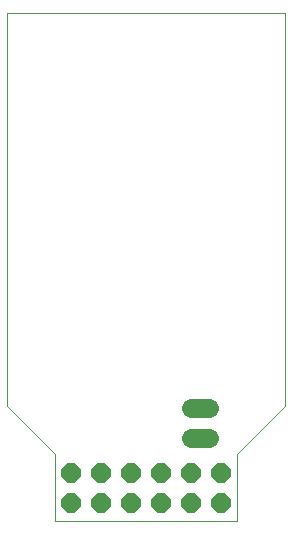
<source format=gbs>
G75*
%MOIN*%
%OFA0B0*%
%FSLAX25Y25*%
%IPPOS*%
%LPD*%
%AMOC8*
5,1,8,0,0,1.08239X$1,22.5*
%
%ADD10C,0.00000*%
%ADD11C,0.06400*%
%ADD12OC8,0.06400*%
D10*
X0065100Y0041600D02*
X0065100Y0064000D01*
X0049100Y0080000D01*
X0049100Y0211100D01*
X0141900Y0211100D01*
X0141900Y0080000D01*
X0125900Y0064000D01*
X0125900Y0041600D01*
X0065100Y0041600D01*
D11*
X0110500Y0069500D02*
X0116500Y0069500D01*
X0116500Y0079500D02*
X0110500Y0079500D01*
D12*
X0110500Y0057800D03*
X0110500Y0047800D03*
X0100500Y0047800D03*
X0100500Y0057800D03*
X0090500Y0057800D03*
X0090500Y0047800D03*
X0080500Y0047800D03*
X0080500Y0057800D03*
X0070500Y0057800D03*
X0070500Y0047800D03*
X0120500Y0047800D03*
X0120500Y0057800D03*
M02*

</source>
